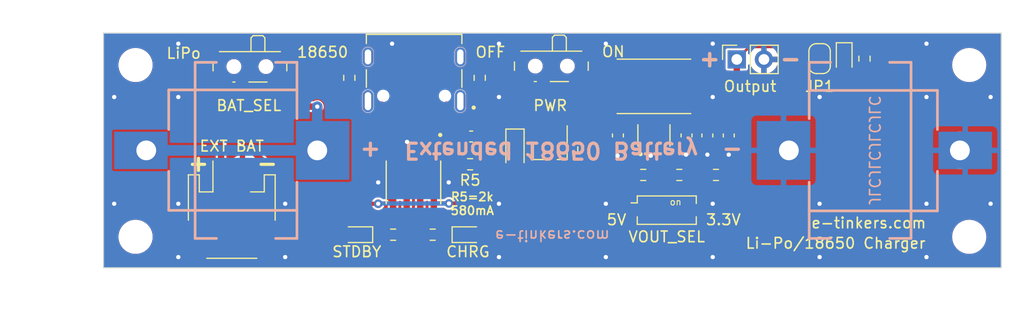
<source format=kicad_pcb>
(kicad_pcb (version 20211014) (generator pcbnew)
  (title_block (title "LiPo + 18650 Charger with Load Sharing") (date "2024-11-12") (rev "V1.0") (company "www.e-tinkers.com") (comment 2 "Designed by: Henry Cheung"))
  (layers (0 "F.Cu" signal) (31 "B.Cu" signal) (34 "B.Paste" user) (35 "F.Paste" user) (36 "B.SilkS" user "B.Silkscreen") (37 "F.SilkS" user "F.Silkscreen") (38 "B.Mask" user) (39 "F.Mask" user) (44 "Edge.Cuts" user))
  (net 0 "")
  (net 1 "Net-(J1-PadA5)")
  (net 2 "GND")
  (net 3 "VBUS")
  (net 4 "Net-(D1-Pad1)")
  (net 5 "Net-(D3-Pad1)")
  (net 6 "Net-(D4-Pad1)")
  (net 7 "Net-(J1-PadB5)")
  (net 18 "Net-(C2-Pad1)")
  (net 19 "Net-(D2-Pad1)")
  (net 20 "Net-(C5-Pad1)")
  (net 22 "Net-(L1-Pad1)")
  (net 23 "Net-(L1-Pad2)")
  (net 24 "Net-(R1-Pad2)")
  (net 25 "Net-(D4-Pad2)")
  (net 26 "Net-(J4-Pad1)")
  (net 28 "Net-(R2-Pad2)")
  (net 29 "Net-(R3-Pad1)")
  (net 30 "Net-(J2-Pad1)")
  (net 31 "Net-(Q1-Pad3)")
  (net 33 "Net-(R3-Pad2)")
  (net 34 "Net-(R5-Pad2)")
  (footprint "Resistor_SMD:R_0603_1608Metric" (layer "F.Cu") (at 128.875 75.3)
    (fp_text reference "R3")
    (fp_text value "309k 1%")
    (fp_line (start -0.237258 -0.5225) (end 0.237258 -0.5225) (layer "F.SilkS") (width 0.12))
    (fp_line (start -0.237258 0.5225) (end 0.237258 0.5225) (layer "F.SilkS") (width 0.12))
    (pad "1" smd roundrect (at -0.825 0) (size 0.8 0.95) (layers "F.Cu" "F.Paste" "F.Mask") (net 29 "Net-(R3-Pad1)"))
    (pad "2" smd roundrect (at 0.825 0) (size 0.8 0.95) (layers "F.Cu" "F.Paste" "F.Mask") (net 33 "Net-(R3-Pad2)"))
  )
  (footprint "LED_SMD:LED_0603_1608Metric" (layer "F.Cu") (at 144.3 64.4 -90)
    (fp_text reference "D4")
    (fp_text value "PWR")
    (fp_line (start 0.8 -0.735) (end -1.485 -0.735) (layer "F.SilkS") (width 0.12))
    (fp_line (start -1.485 0.735) (end 0.8 0.735) (layer "F.SilkS") (width 0.12))
    (fp_line (start -1.485 -0.735) (end -1.485 0.735) (layer "F.SilkS") (width 0.12))
    (pad "1" smd roundrect (at -0.7875 0 270) (size 0.875 0.95) (layers "F.Cu" "F.Paste" "F.Mask") (net 6 "Net-(D4-Pad1)"))
    (pad "2" smd roundrect (at 0.7875 0 270) (size 0.875 0.95) (layers "F.Cu" "F.Paste" "F.Mask") (net 25 "Net-(D4-Pad2)"))
  )
  (footprint "Connector_PinSocket_2.54mm:PinSocket_1x02_P2.54mm_Vertical" (layer "F.Cu") (at 134.25 64.475 90)
    (fp_text reference "J3")
    (fp_text value "Output" (at -2.525 1.25 180) (layer "F.SilkS"))
    (fp_line (start -1.33 1.27) (end 1.33 1.27) (layer "F.SilkS") (width 0.12))
    (fp_line (start -1.33 3.87) (end 1.33 3.87) (layer "F.SilkS") (width 0.12))
    (fp_line (start 1.33 -1.33) (end 1.33 0) (layer "F.SilkS") (width 0.12))
    (fp_line (start -1.33 1.27) (end -1.33 3.87) (layer "F.SilkS") (width 0.12))
    (fp_line (start 0 -1.33) (end 1.33 -1.33) (layer "F.SilkS") (width 0.12))
    (fp_line (start 1.33 1.27) (end 1.33 3.87) (layer "F.SilkS") (width 0.12))
    (pad "1" thru_hole rect (at 0 0 90) (size 1.7 1.7) (drill 1) (layers *.Cu *.Mask) (net 18 "Net-(C2-Pad1)"))
    (pad "2" thru_hole oval (at 0 2.54 90) (size 1.7 1.7) (drill 1) (layers *.Cu *.Mask) (net 2 "GND"))
  )
  (footprint "Resistor_SMD:R_0603_1608Metric" (layer "F.Cu") (at 125.5 75.3 180)
    (fp_text reference "R6")
    (fp_text value "91k 1%")
    (fp_line (start -0.237258 -0.5225) (end 0.237258 -0.5225) (layer "F.SilkS") (width 0.12))
    (fp_line (start -0.237258 0.5225) (end 0.237258 0.5225) (layer "F.SilkS") (width 0.12))
    (pad "1" smd roundrect (at -0.825 0 180) (size 0.8 0.95) (layers "F.Cu" "F.Paste" "F.Mask") (net 29 "Net-(R3-Pad1)"))
    (pad "2" smd roundrect (at 0.825 0 180) (size 0.8 0.95) (layers "F.Cu" "F.Paste" "F.Mask") (net 2 "GND"))
  )
  (footprint "Capacitor_SMD:C_0603_1608Metric" (layer "F.Cu") (at 133.5 71.6 -90)
    (fp_text reference "C4")
    (fp_text value "0.1uF")
    (fp_line (start -0.14058 -0.51) (end 0.14058 -0.51) (layer "F.SilkS") (width 0.12))
    (fp_line (start -0.14058 0.51) (end 0.14058 0.51) (layer "F.SilkS") (width 0.12))
    (pad "1" smd roundrect (at -0.775 0 270) (size 0.9 0.95) (layers "F.Cu" "F.Paste" "F.Mask") (net 18 "Net-(C2-Pad1)"))
    (pad "2" smd roundrect (at 0.775 0 270) (size 0.9 0.95) (layers "F.Cu" "F.Paste" "F.Mask") (net 2 "GND"))
  )
  (footprint "my_library:TPS63802DLAR" (layer "F.Cu") (at 126.5 71.6 90)
    (fp_text reference "U2")
    (fp_text value "TPS63802")
    (fp_line (start -1 -1.5) (end 1 -1.5) (layer "F.SilkS") (width 0.127))
    (fp_line (start -1 1.5) (end 1 1.5) (layer "F.SilkS") (width 0.127))
    (fp_circle (center -1.75 -1.25) (end -1.65 -1.25) (layer "F.SilkS") (width 0.2) (fill none))
    (pad "1" smd roundrect (at -0.9 -1 90) (size 0.6 0.25) (layers "F.Cu" "F.Paste") (roundrect_rratio 0.05) (net 20 "Net-(C5-Pad1)"))
    (pad "2" smd roundrect (at -0.9 -0.5 90) (size 0.6 0.25) (layers "F.Cu" "F.Paste") (roundrect_rratio 0.05) (net 2 "GND"))
    (pad "3" smd roundrect (at -0.9 0 90) (size 0.6 0.25) (layers "F.Cu" "F.Paste") (roundrect_rratio 0.05) (net 2 "GND"))
    (pad "4" smd roundrect (at -0.9 0.5 90) (size 0.6 0.25) (layers "F.Cu" "F.Paste") (roundrect_rratio 0.05) (net 29 "Net-(R3-Pad1)"))
    (pad "5" smd roundrect (at -0.9 1 90) (size 0.6 0.25) (layers "F.Cu" "F.Paste") (roundrect_rratio 0.05))
    (pad "6" smd roundrect (at 0.75 1 90) (size 0.9 0.25) (layers "F.Cu" "F.Paste") (roundrect_rratio 0.05) (net 18 "Net-(C2-Pad1)"))
    (pad "7" smd roundrect (at 0.75 0.5 90) (size 0.9 0.25) (layers "F.Cu" "F.Paste") (roundrect_rratio 0.05) (net 23 "Net-(L1-Pad2)"))
    (pad "8" smd roundrect (at 0.55 0 90) (size 1.3 0.25) (layers "F.Cu") (roundrect_rratio 0.05) (net 2 "GND"))
    (pad "9" smd roundrect (at 0.75 -0.5 90) (size 0.9 0.25) (layers "F.Cu" "F.Paste") (roundrect_rratio 0.05) (net 22 "Net-(L1-Pad1)"))
    (pad "10" smd roundrect (at 0.75 -1 90) (size 0.9 0.25) (layers "F.Cu" "F.Paste") (roundrect_rratio 0.05) (net 20 "Net-(C5-Pad1)"))
  )
  (footprint "my_library:SOP127P600X175-9N" (layer "F.Cu") (at 104 76 -90)
    (fp_text reference "U1")
    (fp_text value "TP4056")
    (fp_line (start -2 2.55) (end 2 2.55) (layer "F.SilkS") (width 0.127))
    (fp_line (start -2 -2.55) (end 2 -2.55) (layer "F.SilkS") (width 0.127))
    (fp_circle (center -4.445 -2.505) (end -4.345 -2.505) (layer "F.SilkS") (width 0.2) (fill none))
    (pad "1" smd roundrect (at -2.475 -1.905 270) (size 1.97 0.6) (layers "F.Cu" "F.Paste" "F.Mask") (roundrect_rratio 0.07) (net 2 "GND"))
    (pad "2" smd roundrect (at -2.475 -0.635 270) (size 1.97 0.6) (layers "F.Cu" "F.Paste" "F.Mask") (roundrect_rratio 0.07) (net 34 "Net-(R5-Pad2)"))
    (pad "3" smd roundrect (at -2.475 0.635 270) (size 1.97 0.6) (layers "F.Cu" "F.Paste" "F.Mask") (roundrect_rratio 0.07) (net 2 "GND"))
    (pad "4" smd roundrect (at -2.475 1.905 270) (size 1.97 0.6) (layers "F.Cu" "F.Paste" "F.Mask") (roundrect_rratio 0.07) (net 3 "VBUS"))
    (pad "5" smd roundrect (at 2.475 1.905 270) (size 1.97 0.6) (layers "F.Cu" "F.Paste" "F.Mask") (roundrect_rratio 0.07) (net 31 "Net-(Q1-Pad3)"))
    (pad "6" smd roundrect (at 2.475 0.635 270) (size 1.97 0.6) (layers "F.Cu" "F.Paste" "F.Mask") (roundrect_rratio 0.07) (net 28 "Net-(R2-Pad2)"))
    (pad "7" smd roundrect (at 2.475 -0.635 270) (size 1.97 0.6) (layers "F.Cu" "F.Paste" "F.Mask") (roundrect_rratio 0.07) (net 24 "Net-(R1-Pad2)"))
    (pad "8" smd roundrect (at 2.475 -1.905 270) (size 1.97 0.6) (layers "F.Cu" "F.Paste" "F.Mask") (roundrect_rratio 0.07) (net 3 "VBUS"))
    (pad "9" smd rect (at 0 0 270) (size 2.413 3.302) (layers "F.Cu" "F.Mask") (net 2 "GND"))
  )
  (footprint "Capacitor_SMD:C_0603_1608Metric" (layer "F.Cu") (at 123.13 71.6 -90)
    (fp_text reference "C5")
    (fp_text value "10uF")
    (fp_line (start -0.14058 0.51) (end 0.14058 0.51) (layer "F.SilkS") (width 0.12))
    (fp_line (start -0.14058 -0.51) (end 0.14058 -0.51) (layer "F.SilkS") (width 0.12))
    (pad "1" smd roundrect (at -0.775 0 270) (size 0.9 0.95) (layers "F.Cu" "F.Paste" "F.Mask") (net 20 "Net-(C5-Pad1)"))
    (pad "2" smd roundrect (at 0.775 0 270) (size 0.9 0.95) (layers "F.Cu" "F.Paste" "F.Mask") (net 2 "GND"))
  )
  (footprint "Resistor_SMD:R_0603_1608Metric" (layer "F.Cu") (at 146.2 64.4 -90)
    (fp_text reference "R10")
    (fp_text value "2k")
    (fp_line (start -0.237258 -0.5225) (end 0.237258 -0.5225) (layer "F.SilkS") (width 0.12))
    (fp_line (start -0.237258 0.5225) (end 0.237258 0.5225) (layer "F.SilkS") (width 0.12))
    (pad "1" smd roundrect (at -0.825 0 270) (size 0.8 0.95) (layers "F.Cu" "F.Paste" "F.Mask") (net 6 "Net-(D4-Pad1)"))
    (pad "2" smd roundrect (at 0.825 0 270) (size 0.8 0.95) (layers "F.Cu" "F.Paste" "F.Mask") (net 2 "GND"))
  )
  (footprint "LED_SMD:LED_0603_1608Metric" (layer "F.Cu") (at 98.7 80.9 180)
    (fp_text reference "D2")
    (fp_text value "STDBY" (at 0 -1.6) (layer "F.SilkS"))
    (fp_line (start 0.8 -0.735) (end -1.485 -0.735) (layer "F.SilkS") (width 0.12))
    (fp_line (start -1.485 0.735) (end 0.8 0.735) (layer "F.SilkS") (width 0.12))
    (fp_line (start -1.485 -0.735) (end -1.485 0.735) (layer "F.SilkS") (width 0.12))
    (pad "1" smd roundrect (at -0.7875 0 180) (size 0.875 0.95) (layers "F.Cu" "F.Paste" "F.Mask") (net 19 "Net-(D2-Pad1)"))
    (pad "2" smd roundrect (at 0.7875 0 180) (size 0.875 0.95) (layers "F.Cu" "F.Paste" "F.Mask") (net 3 "VBUS"))
  )
  (footprint "MountingHole:MountingHole_2.7mm_M2.5" (layer "F.Cu") (at 156 81.1)
    (fp_text reference "H4")
    (fp_text value "MountingHole")
    (pad "" np_thru_hole circle (at 0 0) (size 2.7 2.7) (drill 2.7) (layers *.Cu *.Mask))
  )
  (footprint "Capacitor_SMD:C_0603_1608Metric" (layer "F.Cu") (at 129.55 71.6 -90)
    (fp_text reference "C2")
    (fp_text value "22uF")
    (fp_line (start -0.14058 -0.51) (end 0.14058 -0.51) (layer "F.SilkS") (width 0.12))
    (fp_line (start -0.14058 0.51) (end 0.14058 0.51) (layer "F.SilkS") (width 0.12))
    (pad "1" smd roundrect (at -0.775 0 270) (size 0.9 0.95) (layers "F.Cu" "F.Paste" "F.Mask") (net 18 "Net-(C2-Pad1)"))
    (pad "2" smd roundrect (at 0.775 0 270) (size 0.9 0.95) (layers "F.Cu" "F.Paste" "F.Mask") (net 2 "GND"))
  )
  (footprint "MountingHole:MountingHole_2.7mm_M2.5" (layer "F.Cu") (at 78 65)
    (fp_text reference "H1")
    (fp_text value "MountingHole")
    (pad "" np_thru_hole circle (at 0 0) (size 2.7 2.7) (drill 2.7) (layers *.Cu *.Mask))
  )
  (footprint "Resistor_SMD:R_0603_1608Metric" (layer "F.Cu") (at 98 66.2 90)
    (fp_text reference "R8")
    (fp_text value "5.1k")
    (fp_line (start -0.237258 0.5225) (end 0.237258 0.5225) (layer "F.SilkS") (width 0.12))
    (fp_line (start -0.237258 -0.5225) (end 0.237258 -0.5225) (layer "F.SilkS") (width 0.12))
    (pad "1" smd roundrect (at -0.825 0 90) (size 0.8 0.95) (layers "F.Cu" "F.Paste" "F.Mask") (net 7 "Net-(J1-PadB5)"))
    (pad "2" smd roundrect (at 0.825 0 90) (size 0.8 0.95) (layers "F.Cu" "F.Paste" "F.Mask") (net 2 "GND"))
  )
  (footprint "LED_SMD:LED_0603_1608Metric" (layer "F.Cu") (at 109.1 80.9)
    (fp_text reference "D1")
    (fp_text value "CHRG" (at 0 1.6) (layer "F.SilkS"))
    (fp_line (start -1.485 0.735) (end 0.8 0.735) (layer "F.SilkS") (width 0.12))
    (fp_line (start -1.485 -0.735) (end -1.485 0.735) (layer "F.SilkS") (width 0.12))
    (fp_line (start 0.8 -0.735) (end -1.485 -0.735) (layer "F.SilkS") (width 0.12))
    (pad "1" smd roundrect (at -0.7875 0) (size 0.875 0.95) (layers "F.Cu" "F.Paste" "F.Mask") (net 4 "Net-(D1-Pad1)"))
    (pad "2" smd roundrect (at 0.7875 0) (size 0.875 0.95) (layers "F.Cu" "F.Paste" "F.Mask") (net 3 "VBUS"))
  )
  (footprint "Button_Switch_SMD:SW_DIP_SPSTx01_Slide_Copal_CHS-01A_W5.08mm_P1.27mm_JPin" (layer "F.Cu") (at 127.7 78.6)
    (fp_text reference "SW3")
    (fp_text value "VOUT_SEL" (at 0 2.5) (layer "F.SilkS"))
    (fp_text user "on" (at 0.83 -0.76) (layer "F.SilkS") (effects (font (size 0.6 0.6) (thickness 0.09))))
    (fp_line (start -2.761 -1.33) (end -2.761 -0.68) (layer "F.SilkS") (width 0.12))
    (fp_line (start -2.761 -1.33) (end 2.76 -1.33) (layer "F.SilkS") (width 0.12))
    (fp_line (start -2.761 0.62) (end -2.761 1.33) (layer "F.SilkS") (width 0.12))
    (fp_line (start 2.76 0.62) (end 2.76 1.33) (layer "F.SilkS") (width 0.12))
    (fp_line (start -2.761 1.33) (end 2.76 1.33) (layer "F.SilkS") (width 0.12))
    (fp_line (start -3.34 -0.68) (end -2.761 -0.68) (layer "F.SilkS") (width 0.12))
    (fp_line (start 2.76 -1.33) (end 2.76 -0.62) (layer "F.SilkS") (width 0.12))
    (pad "1" smd rect (at -2.54 0) (size 1.6 0.76) (layers "F.Cu" "F.Paste" "F.Mask") (net 29 "Net-(R3-Pad1)"))
    (pad "2" smd rect (at 2.54 0) (size 1.6 0.76) (layers "F.Cu" "F.Paste" "F.Mask") (net 33 "Net-(R3-Pad2)"))
  )
  (footprint "easyeda2kicad:SW_SPDT_MK-12C02-C963206" (layer "F.Cu") (at 116.9 65.1 180)
    (fp_text reference "SW1")
    (fp_text value "PWR" (at 0.1 -3.7) (layer "F.SilkS"))
    (fp_line (start -0.1 2.69) (end -0.1 1.4) (layer "F.SilkS") (width 0.12))
    (fp_line (start -3.45 -0.4) (end -3.45 0.39) (layer "F.SilkS") (width 0.12))
    (fp_line (start -1.6 -1.45) (end 0.1 -1.45) (layer "F.SilkS") (width 0.12))
    (fp_line (start -2.85 1.4) (end 2.85 1.4) (layer "F.SilkS") (width 0.12))
    (fp_line (start -1.2 2.9) (end -0.3 2.9) (layer "F.SilkS") (width 0.12))
    (fp_line (start -0.1 2.69) (end -0.3 2.9) (layer "F.SilkS") (width 0.12))
    (fp_line (start 3.45 0.39) (end 3.45 -0.4) (layer "F.SilkS") (width 0.12))
    (fp_line (start 1.4 -1.45) (end 1.6 -1.45) (layer "F.SilkS") (width 0.12))
    (fp_line (start -1.4 2.69) (end -1.2 2.9) (layer "F.SilkS") (width 0.12))
    (fp_line (start -1.4 1.4) (end -1.4 2.69) (layer "F.SilkS") (width 0.12))
    (pad "" smd rect (at -3.8 1.135 180) (size 0.8 0.93) (layers "F.Cu" "F.Paste" "F.Mask"))
    (pad "" smd rect (at -3.8 -1.135 180) (size 0.8 0.93) (layers "F.Cu" "F.Paste" "F.Mask"))
    (pad "" smd rect (at 3.8 -1.135 180) (size 0.8 0.93) (layers "F.Cu" "F.Paste" "F.Mask"))
    (pad "" smd rect (at 3.8 1.135 180) (size 0.8 0.93) (layers "F.Cu" "F.Paste" "F.Mask"))
    (pad "" np_thru_hole circle (at 1.5 0 180) (size 0.9 0.9) (drill 0.9) (layers F&B.Cu *.Mask))
    (pad "" np_thru_hole circle (at -1.5 0 180) (size 0.9 0.9) (drill 0.9) (layers *.Cu *.Mask))
    (pad "1" smd rect (at -2.25 -2.075 180) (size 0.9 1.25) (layers "F.Cu" "F.Paste" "F.Mask") (net 20 "Net-(C5-Pad1)"))
    (pad "2" smd rect (at 0.75 -2.075 180) (size 0.9 1.25) (layers "F.Cu" "F.Paste" "F.Mask") (net 5 "Net-(D3-Pad1)"))
    (pad "3" smd rect (at 2.25 -2.075 180) (size 0.9 1.25) (layers "F.Cu" "F.Paste" "F.Mask"))
  )
  (footprint "Resistor_SMD:R_0603_1608Metric" (layer "F.Cu") (at 109.3 74.3 180)
    (fp_text reference "R5" (at 0 -1.5) (layer "F.SilkS"))
    (fp_text value "2k")
    (fp_line (start -0.237258 -0.5225) (end 0.237258 -0.5225) (layer "F.SilkS") (width 0.12))
    (fp_line (start -0.237258 0.5225) (end 0.237258 0.5225) (layer "F.SilkS") (width 0.12))
    (pad "1" smd roundrect (at -0.825 0 180) (size 0.8 0.95) (layers "F.Cu" "F.Paste" "F.Mask") (net 2 "GND"))
    (pad "2" smd roundrect (at 0.825 0 180) (size 0.8 0.95) (layers "F.Cu" "F.Paste" "F.Mask") (net 34 "Net-(R5-Pad2)"))
  )
  (footprint "Resistor_SMD:R_0603_1608Metric" (layer "F.Cu") (at 119.9 72.9 -90)
    (fp_text reference "R7")
    (fp_text value "100k")
    (fp_line (start -0.237258 -0.5225) (end 0.237258 -0.5225) (layer "F.SilkS") (width 0.12))
    (fp_line (start -0.237258 0.5225) (end 0.237258 0.5225) (layer "F.SilkS") (width 0.12))
    (pad "1" smd roundrect (at -0.825 0 270) (size 0.8 0.95) (layers "F.Cu" "F.Paste" "F.Mask") (net 3 "VBUS"))
    (pad "2" smd roundrect (at 0.825 0 270) (size 0.8 0.95) (layers "F.Cu" "F.Paste" "F.Mask") (net 2 "GND"))
  )
  (footprint "Resistor_SMD:R_0603_1608Metric" (layer "F.Cu") (at 105.8 80.9 180)
    (fp_text reference "R1")
    (fp_text value "2k")
    (fp_line (start -0.237258 0.5225) (end 0.237258 0.5225) (layer "F.SilkS") (width 0.12))
    (fp_line (start -0.237258 -0.5225) (end 0.237258 -0.5225) (layer "F.SilkS") (width 0.12))
    (pad "1" smd roundrect (at -0.825 0 180) (size 0.8 0.95) (layers "F.Cu" "F.Paste" "F.Mask") (net 4 "Net-(D1-Pad1)"))
    (pad "2" smd roundrect (at 0.825 0 180) (size 0.8 0.95) (layers "F.Cu" "F.Paste" "F.Mask") (net 24 "Net-(R1-Pad2)"))
  )
  (footprint "easyeda2kicad:SW_SPDT_MK-12C02-C963206" (layer "F.Cu") (at 88.7 65.145 180)
    (fp_text reference "SW2")
    (fp_text value "BAT_SEL" (at 0.1 -3.655) (layer "F.SilkS"))
    (fp_line (start 3.45 0.39) (end 3.45 -0.4) (layer "F.SilkS") (width 0.12))
    (fp_line (start -0.1 2.69) (end -0.1 1.4) (layer "F.SilkS") (width 0.12))
    (fp_line (start -1.2 2.9) (end -0.3 2.9) (layer "F.SilkS") (width 0.12))
    (fp_line (start -1.4 2.69) (end -1.2 2.9) (layer "F.SilkS") (width 0.12))
    (fp_line (start -2.85 1.4) (end 2.85 1.4) (layer "F.SilkS") (width 0.12))
    (fp_line (start -0.1 2.69) (end -0.3 2.9) (layer "F.SilkS") (width 0.12))
    (fp_line (start 1.4 -1.45) (end 1.6 -1.45) (layer "F.SilkS") (width 0.12))
    (fp_line (start -3.45 -0.4) (end -3.45 0.39) (layer "F.SilkS") (width 0.12))
    (fp_line (start -1.6 -1.45) (end 0.1 -1.45) (layer "F.SilkS") (width 0.12))
    (fp_line (start -1.4 1.4) (end -1.4 2.69) (layer "F.SilkS") (width 0.12))
    (pad "" smd rect (at -3.8 -1.135 180) (size 0.8 0.93) (layers "F.Cu" "F.Paste" "F.Mask"))
    (pad "" smd rect (at 3.8 1.135 180) (size 0.8 0.93) (layers "F.Cu" "F.Paste" "F.Mask"))
    (pad "" smd rect (at -3.8 1.135 180) (size 0.8 0.93) (layers "F.Cu" "F.Paste" "F.Mask"))
    (pad "" smd rect (at 3.8 -1.135 180) (size 0.8 0.93) (layers "F.Cu" "F.Paste" "F.Mask"))
    (pad "" np_thru_hole circle (at 1.5 0 180) (size 0.9 0.9) (drill 0.9) (layers F&B.Cu *.Mask))
    (pad "" np_thru_hole circle (at -1.5 0 180) (size 0.9 0.9) (drill 0.9) (layers *.Cu *.Mask))
    (pad "1" smd rect (at -2.25 -2.075 180) (size 0.9 1.25) (layers "F.Cu" "F.Paste" "F.Mask") (net 30 "Net-(J2-Pad1)"))
    (pad "2" smd rect (at 0.75 -2.075 180) (size 0.9 1.25) (layers "F.Cu" "F.Paste" "F.Mask") (net 31 "Net-(Q1-Pad3)"))
    (pad "3" smd rect (at 2.25 -2.075 180) (size 0.9 1.25) (layers "F.Cu" "F.Paste" "F.Mask") (net 26 "Net-(J4-Pad1)"))
  )
  (footprint "Capacitor_SMD:C_0603_1608Metric" (layer "F.Cu") (at 131.5 71.6 -90)
    (fp_text reference "C3")
    (fp_text value "22uF")
    (fp_line (start -0.14058 -0.51) (end 0.14058 -0.51) (layer "F.SilkS") (width 0.12))
    (fp_line (start -0.14058 0.51) (end 0.14058 0.51) (layer "F.SilkS") (width 0.12))
    (pad "1" smd roundrect (at -0.775 0 270) (size 0.9 0.95) (layers "F.Cu" "F.Paste" "F.Mask") (net 18 "Net-(C2-Pad1)"))
    (pad "2" smd roundrect (at 0.775 0 270) (size 0.9 0.95) (layers "F.Cu" "F.Paste" "F.Mask") (net 2 "GND"))
  )
  (footprint "Diode_SMD:D_SOD-323_HandSoldering" (layer "F.Cu") (at 113.5 72.9 -90)
    (fp_text reference "D3")
    (fp_text value "BAT60A")
    (fp_line (start -1.9 -0.85) (end 1.25 -0.85) (layer "F.SilkS") (width 0.12))
    (fp_line (start -1.9 0.85) (end 1.25 0.85) (layer "F.SilkS") (width 0.12))
    (fp_line (start -1.9 -0.85) (end -1.9 0.85) (layer "F.SilkS") (width 0.12))
    (pad "1" smd rect (at -1.25 0 270) (size 1 1) (layers "F.Cu" "F.Paste" "F.Mask") (net 5 "Net-(D3-Pad1)"))
    (pad "2" smd rect (at 1.25 0 270) (size 1 1) (layers "F.Cu" "F.Paste" "F.Mask") (net 3 "VBUS"))
  )
  (footprint "Jumper:SolderJumper-2_P1.3mm_Open_RoundedPad1.0x1.5mm" (layer "F.Cu") (at 142 64.4 90)
    (fp_text reference "JP1" (at -2.6 0 180) (layer "F.SilkS"))
    (fp_text value "LED")
    (fp_line (start 1.4 -0.3) (end 1.4 0.3) (layer "F.SilkS") (width 0.12))
    (fp_line (start -0.7 -1) (end 0.7 -1) (layer "F.SilkS") (width 0.12))
    (fp_line (start -1.4 0.3) (end -1.4 -0.3) (layer "F.SilkS") (width 0.12))
    (fp_line (start 0.7 1) (end -0.7 1) (layer "F.SilkS") (width 0.12))
    (fp_arc (start -1.4 -0.3) (mid -1.194975 -0.794975) (end -0.7 -1) (layer "F.SilkS") (width 0.12))
    (fp_arc (start 1.4 0.3) (mid 1.194975 0.794975) (end 0.7 1) (layer "F.SilkS") (width 0.12))
    (fp_arc (start -0.7 1) (mid -1.194975 0.794975) (end -1.4 0.3) (layer "F.SilkS") (width 0.12))
    (fp_arc (start 0.7 -1) (mid 1.194975 -0.794975) (end 1.4 -0.3) (layer "F.SilkS") (width 0.12))
    (pad "1" smd custom (at -0.65 0 90) (size 1 0.5) (layers "F.Cu" "F.Mask") (net 25 "Net-(D4-Pad2)") (options (clearance outline) (anchor rect)) (primitives (gr_circle (center 0 0.25) (end 0.5 0.25) (width 0) (fill yes)) (gr_circle (center 0 -0.25) (end 0.5 -0.25) (width 0) (fill yes)) (gr_poly (pts (xy 0.5 0.75) (xy 0 0.75) (xy 0 -0.75) (xy 0.5 -0.75)) (width 0) (fill yes))))
    (pad "2" smd custom (at 0.65 0 90) (size 1 0.5) (layers "F.Cu" "F.Mask") (net 18 "Net-(C2-Pad1)") (options (clearance outline) (anchor rect)) (primitives (gr_circle (center 0 0.25) (end 0.5 0.25) (width 0) (fill yes)) (gr_circle (center 0 -0.25) (end 0.5 -0.25) (width 0) (fill yes)) (gr_poly (pts (xy 0 0.75) (xy -0.5 0.75) (xy -0.5 -0.75) (xy 0 -0.75)) (width 0) (fill yes))))
  )
  (footprint "my_library:JST_PH_S2B-PH-SM4-TB_1x02-1MP_P2.00mm_Horizontal" (layer "F.Cu") (at 87 78.6)
    (fp_text reference "J4")
    (fp_text value "EXT BAT" (at 0 -6) (layer "F.SilkS"))
    (fp_line (start 4.06 0.94) (end 4.06 -3.31) (layer "F.SilkS") (width 0.12))
    (fp_line (start 3.04 -3.31) (end 3.04 -1.71) (layer "F.SilkS") (width 0.12))
    (fp_line (start -3.04 -3.31) (end -3.04 -1.71) (layer "F.SilkS") (width 0.12))
    (fp_line (start -4.06 0.94) (end -4.06 -3.31) (layer "F.SilkS") (width 0.12))
    (fp_line (start -4.06 -3.31) (end -3.04 -3.31) (layer "F.SilkS") (width 0.12))
    (fp_line (start -3.04 -1.71) (end -1.76 -1.71) (layer "F.SilkS") (width 0.12))
    (fp_line (start -1.76 -1.71) (end -1.76 -4.6) (layer "F.SilkS") (width 0.12))
    (fp_line (start 4.06 -3.31) (end 3.04 -3.31) (layer "F.SilkS") (width 0.12))
    (fp_line (start -2.34 4.51) (end 2.34 4.51) (layer "F.SilkS") (width 0.12))
    (fp_line (start 3.04 -1.71) (end 1.76 -1.71) (layer "F.SilkS") (width 0.12))
    (pad "1" smd roundrect (at -1 -2.85) (size 1 3.5) (layers "F.Cu" "F.Paste" "F.Mask") (net 26 "Net-(J4-Pad1)"))
    (pad "2" smd roundrect (at 1 -2.85) (size 1 3.5) (layers "F.Cu" "F.Paste" "F.Mask") (net 2 "GND"))
    (pad "MP" smd roundrect (at -3.35 2.9) (size 1.5 3.4) (layers "F.Cu" "F.Paste" "F.Mask") (roundrect_rratio 0.1666673333))
    (pad "MP" smd roundrect (at 3.35 2.9) (size 1.5 3.4) (layers "F.Cu" "F.Paste" "F.Mask") (roundrect_rratio 0.1666673333))
  )
  (footprint "Package_TO_SOT_SMD:SOT-23_Handsoldering" (layer "F.Cu") (at 116.8 73.1 -90)
    (fp_text reference "Q1")
    (fp_text value "FDN340P")
    (fp_line (start 0.76 1.58) (end -0.7 1.58) (layer "F.SilkS") (width 0.12))
    (fp_line (start 0.76 -1.58) (end 0.76 -0.65) (layer "F.SilkS") (width 0.12))
    (fp_line (start 0.76 -1.58) (end -2.4 -1.58) (layer "F.SilkS") (width 0.12))
    (fp_line (start 0.76 1.58) (end 0.76 0.65) (layer "F.SilkS") (width 0.12))
    (pad "1" smd rect (at -1.5 -0.95 270) (size 1.9 0.8) (layers "F.Cu" "F.Paste" "F.Mask") (net 3 "VBUS"))
    (pad "2" smd rect (at -1.5 0.95 270) (size 1.9 0.8) (layers "F.Cu" "F.Paste" "F.Mask") (net 5 "Net-(D3-Pad1)"))
    (pad "3" smd rect (at 1.5 0 270) (size 1.9 0.8) (layers "F.Cu" "F.Paste" "F.Mask") (net 31 "Net-(Q1-Pad3)"))
  )
  (footprint "Inductor_SMD:L_Taiyo-Yuden_NR-50xx_HandSoldering" (layer "F.Cu") (at 126.5 67)
    (fp_text reference "L1")
    (fp_text value "0.47uH")
    (fp_line (start -3.45 2.55) (end 3.45 2.55) (layer "F.SilkS") (width 0.12))
    (fp_line (start -3.45 -2.55) (end 3.45 -2.55) (layer "F.SilkS") (width 0.12))
    (pad "1" smd rect (at -2.25 0) (size 2.4 4.2) (layers "F.Cu" "F.Paste" "F.Mask") (net 22 "Net-(L1-Pad1)"))
    (pad "2" smd rect (at 2.25 0) (size 2.4 4.2) (layers "F.Cu" "F.Paste" "F.Mask") (net 23 "Net-(L1-Pad2)"))
  )
  (footprint "MountingHole:MountingHole_2.7mm_M2.5" (layer "F.Cu") (at 156 65)
    (fp_text reference "H3")
    (fp_text value "MountingHole")
    (pad "" np_thru_hole circle (at 0 0) (size 2.7 2.7) (drill 2.7) (layers *.Cu *.Mask))
  )
  (footprint "Resistor_SMD:R_0603_1608Metric" (layer "F.Cu") (at 110.2 66.2 90)
    (fp_text reference "R9")
    (fp_text value "5.1k")
    (fp_line (start -0.237258 0.5225) (end 0.237258 0.5225) (layer "F.SilkS") (width 0.12))
    (fp_line (start -0.237258 -0.5225) (end 0.237258 -0.5225) (layer "F.SilkS") (width 0.12))
    (pad "1" smd roundrect (at -0.825 0 90) (size 0.8 0.95) (layers "F.Cu" "F.Paste" "F.Mask") (net 1 "Net-(J1-PadA5)"))
    (pad "2" smd roundrect (at 0.825 0 90) (size 0.8 0.95) (layers "F.Cu" "F.Paste" "F.Mask") (net 2 "GND"))
  )
  (footprint "MountingHole:MountingHole_2.7mm_M2.5" (layer "F.Cu") (at 78 81.1)
    (fp_text reference "H2")
    (fp_text value "MountingHole")
    (pad "" np_thru_hole circle (at 0 0) (size 2.7 2.7) (drill 2.7) (layers *.Cu *.Mask))
  )
  (footprint "my_library:XUNPU_TYPEC-304-ACP16" (layer "F.Cu") (at 104.0625 68.99 180)
    (fp_text reference "J1" hide)
    (fp_text value "Connector_USB_C")
    (fp_line (start -4.47 6.86) (end 4.47 6.86) (layer "F.SilkS") (width 0.127))
    (fp_line (start 4.47 1.91) (end 4.47 3.55) (layer "F.SilkS") (width 0.127))
    (fp_line (start -4.47 6.86) (end -4.47 6) (layer "F.SilkS") (width 0.127))
    (fp_line (start 4.47 6.86) (end 4.47 6) (layer "F.SilkS") (width 0.127))
    (fp_line (start -4.47 1.91) (end -4.47 3.55) (layer "F.SilkS") (width 0.127))
    (fp_circle (center -5.575 0) (end -5.475 0) (layer "F.SilkS") (width 0.2) (fill none))
    (pad "" np_thru_hole circle (at 2.89 1.1 180) (size 0.65 0.65) (drill 0.65) (layers F&B.Cu *.Mask))
    (pad "" np_thru_hole circle (at -2.89 1.1 180) (size 0.65 0.65) (drill 0.65) (layers F&B.Cu *.Mask))
    (pad "A1" smd rect (at -3.35 0 180) (size 0.3 1.14) (layers "F.Cu" "F.Paste" "F.Mask") (net 2 "GND"))
    (pad "A4" smd rect (at -2.55 0 180) (size 0.3 1.14) (layers "F.Cu" "F.Paste" "F.Mask") (net 3 "VBUS"))
    (pad "A5" smd rect (at -1.25 0 180) (size 0.3 1.14) (layers "F.Cu" "F.Paste" "F.Mask") (net 1 "Net-(J1-PadA5)"))
    (pad "A6" smd rect (at -0.25 0 180) (size 0.3 1.14) (layers "F.Cu" "F.Paste" "F.Mask"))
    (pad "A7" smd rect (at 0.25 0 180) (size 0.3 1.14) (layers "F.Cu" "F.Paste" "F.Mask"))
    (pad "A8" smd rect (at 1.25 0 180) (size 0.3 1.14) (layers "F.Cu" "F.Paste" "F.Mask"))
    (pad "A9" smd rect (at 2.55 0 180) (size 0.3 1.14) (layers "F.Cu" "F.Paste" "F.Mask") (net 3 "VBUS"))
    (pad "A12" smd rect (at 3.35 0 180) (size 0.3 1.14) (layers "F.Cu" "F.Paste" "F.Mask") (net 2 "GND"))
    (pad "B1" smd rect (at 3.05 0 180) (size 0.3 1.14) (layers "F.Cu" "F.Paste" "F.Mask") (net 2 "GND"))
    (pad "B4" smd rect (at 2.25 0 180) (size 0.3 1.14) (layers "F.Cu" "F.Paste" "F.Mask") (net 3 "VBUS"))
    (pad "B5" smd rect (at 1.75 0 180) (size 0.3 1.14) (layers "F.Cu" "F.Paste" "F.Mask") (net 7 "Net-(J1-PadB5)"))
    (pad "B6" smd rect (at 0.75 0 180) (size 0.3 1.14) (layers "F.Cu" "F.Paste" "F.Mask"))
    (pad "B7" smd rect (at -0.75 0 180) (size 0.3 1.14) (layers "F.Cu" "F.Paste" "F.Mask"))
    (pad "B8" smd rect (at -1.75 0 180) (size 0.3 1.14) (layers "F.Cu" "F.Paste" "F.Mask"))
    (pad "B9" smd rect (at -2.25 0 180) (size 0.3 1.14) (layers "F.Cu" "F.Paste" "F.Mask") (net 3 "VBUS"))
    (pad "B12" smd rect (at -3.05 0 180) (size 0.3 1.14) (layers "F.Cu" "F.Paste" "F.Mask") (net 2 "GND"))
    (pad "S1" thru_hole oval (at -4.32 0.6 180) (size 1 2.1) (drill oval 0.6 1.7) (layers *.Cu *.Mask) (clearance 0.025))
    (pad "S2" thru_hole oval (at 4.32 0.6 180) (size 1 2.1) (drill oval 0.6 1.7) (layers *.Cu *.Mask) (clearance 0.025))
    (pad "S3" thru_hole oval (at -4.32 4.75 180) (size 1 1.8) (drill oval 0.6 1.4) (layers *.Cu *.Mask) (clearance 0.025))
    (pad "S4" thru_hole oval (at 4.32 4.75 180) (size 1 1.8) (drill oval 0.6 1.4) (layers *.Cu *.Mask) (clearance 0.025))
  )
  (footprint "Resistor_SMD:R_0603_1608Metric" (layer "F.Cu") (at 102.1 80.9)
    (fp_text reference "R2")
    (fp_text value "2k")
    (fp_line (start -0.237258 0.5225) (end 0.237258 0.5225) (layer "F.SilkS") (width 0.12))
    (fp_line (start -0.237258 -0.5225) (end 0.237258 -0.5225) (layer "F.SilkS") (width 0.12))
    (pad "1" smd roundrect (at -0.825 0) (size 0.8 0.95) (layers "F.Cu" "F.Paste" "F.Mask") (net 19 "Net-(D2-Pad1)"))
    (pad "2" smd roundrect (at 0.825 0) (size 0.8 0.95) (layers "F.Cu" "F.Paste" "F.Mask") (net 28 "Net-(R2-Pad2)"))
  )
  (footprint "Resistor_SMD:R_0603_1608Metric" (layer "F.Cu") (at 132.3 75.3)
    (fp_text reference "R4")
    (fp_text value "511k 1%")
    (fp_line (start -0.237258 0.5225) (end 0.237258 0.5225) (layer "F.SilkS") (width 0.12))
    (fp_line (start -0.237258 -0.5225) (end 0.237258 -0.5225) (layer "F.SilkS") (width 0.12))
    (pad "1" smd roundrect (at -0.825 0) (size 0.8 0.95) (layers "F.Cu" "F.Paste" "F.Mask") (net 33 "Net-(R3-Pad2)"))
    (pad "2" smd roundrect (at 0.825 0) (size 0.8 0.95) (layers "F.Cu" "F.Paste" "F.Mask") (net 18 "Net-(C2-Pad1)"))
  )
  (footprint "Capacitor_SMD:C_0603_1608Metric" (layer "F.Cu") (at 109.4 71.7)
    (fp_text reference "C1")
    (fp_text value "0.1uF")
    (fp_line (start -0.14058 0.51) (end 0.14058 0.51) (layer "F.SilkS") (width 0.12))
    (fp_line (start -0.14058 -0.51) (end 0.14058 -0.51) (layer "F.SilkS") (width 0.12))
    (pad "1" smd roundrect (at -0.775 0) (size 0.9 0.95) (layers "F.Cu" "F.Paste" "F.Mask") (net 3 "VBUS"))
    (pad "2" smd roundrect (at 0.775 0) (size 0.9 0.95) (layers "F.Cu" "F.Paste" "F.Mask") (net 2 "GND"))
  )
  (footprint "easyeda2kicad:BAT-SMD_MY-18650-02" (layer "B.Cu") (at 87 73)
    (fp_text reference "J2")
    (fp_text value "BAT_18650_POS")
    (fp_line (start 6.1 -2.98) (end 6.1 -8.25) (layer "B.SilkS") (width 0.25))
    (fp_line (start -5.9 -5.67) (end -5.9 -1.96) (layer "B.SilkS") (width 0.25))
    (fp_line (start -5.9 5.62) (end -3.43 5.62) (layer "B.SilkS") (width 0.25))
    (fp_line (start -3.43 5.62) (end -3.43 -5.78) (layer "B.SilkS") (width 0.25))
    (fp_line (start -3.43 5.62) (end -3.43 8.25) (layer "B.SilkS") (width 0.25))
    (fp_line (start -5.9 1.96) (end -5.9 5.62) (layer "B.SilkS") (width 0.25))
    (fp_line (start -3.43 -5.67) (end 6.1 -5.67) (layer "B.SilkS") (width 0.25))
    (fp_line (start -3.43 -5.67) (end -5.9 -5.67) (layer "B.SilkS") (width 0.25))
    (fp_line (start 6.1 8.25) (end 6.1 2.98) (layer "B.SilkS") (width 0.25))
    (fp_line (start 6.1 8.25) (end 4.1 8.25) (layer "B.SilkS") (width 0.25))
    (fp_line (start -3.43 5.62) (end 6.1 5.62) (layer "B.SilkS") (width 0.25))
    (fp_line (start -3.43 -8.25) (end -3.43 -5.67) (layer "B.SilkS") (width 0.25))
    (fp_line (start -1.43 -8.25) (end -3.43 -8.25) (layer "B.SilkS") (width 0.25))
    (fp_line (start 6.1 -8.25) (end 4.1 -8.25) (layer "B.SilkS") (width 0.25))
    (fp_line (start -1.43 8.25) (end -3.43 8.25) (layer "B.SilkS") (width 0.25))
    (pad "1" smd rect (at -8.5 0) (size 5 3.5) (layers "B.Cu" "B.Paste" "B.Mask") (net 30 "Net-(J2-Pad1)"))
    (pad "1" thru_hole circle (at 8 0) (size 2.5 2.5) (drill 1.85) (layers *.Cu *.Paste *.Mask) (net 30 "Net-(J2-Pad1)"))
    (pad "1" smd rect (at 8.5 0) (size 5 5.5) (layers "B.Cu" "B.Paste" "B.Mask") (net 30 "Net-(J2-Pad1)"))
    (pad "1" thru_hole circle (at -8 0) (size 2.5 2.5) (drill 1.85) (layers *.Cu *.Paste *.Mask) (net 30 "Net-(J2-Pad1)"))
  )
  (footprint "easyeda2kicad:BAT-SMD_MY-18650-02" (layer "B.Cu") (at 147.125 73 180)
    (fp_text reference "J5")
    (fp_text value "BAT_18650_NEG")
    (fp_line (start -3.43 5.62) (end -3.43 8.25) (layer "B.SilkS") (width 0.25))
    (fp_line (start -5.9 1.96) (end -5.9 5.62) (layer "B.SilkS") (width 0.25))
    (fp_line (start -3.43 5.62) (end -3.43 -5.78) (layer "B.SilkS") (width 0.25))
    (fp_line (start -1.43 8.25) (end -3.43 8.25) (layer "B.SilkS") (width 0.25))
    (fp_line (start 6.1 8.25) (end 6.1 2.98) (layer "B.SilkS") (width 0.25))
    (fp_line (start -5.9 -5.67) (end -5.9 -1.96) (layer "B.SilkS") (width 0.25))
    (fp_line (start -3.43 -8.25) (end -3.43 -5.67) (layer "B.SilkS") (width 0.25))
    (fp_line (start -3.43 -5.67) (end 6.1 -5.67) (layer "B.SilkS") (width 0.25))
    (fp_line (start -5.9 5.62) (end -3.43 5.62) (layer "B.SilkS") (width 0.25))
    (fp_line (start 6.1 -8.25) (end 4.1 -8.25) (layer "B.SilkS") (width 0.25))
    (fp_line (start 6.1 8.25) (end 4.1 8.25) (layer "B.SilkS") (width 0.25))
    (fp_line (start -3.43 -5.67) (end -5.9 -5.67) (layer "B.SilkS") (width 0.25))
    (fp_line (start 6.1 -2.98) (end 6.1 -8.25) (layer "B.SilkS") (width 0.25))
    (fp_line (start -3.43 5.62) (end 6.1 5.62) (layer "B.SilkS") (width 0.25))
    (fp_line (start -1.43 -8.25) (end -3.43 -8.25) (layer "B.SilkS") (width 0.25))
    (pad "1" smd rect (at 8.5 0 180) (size 5 5.5) (layers "B.Cu" "B.Paste" "B.Mask") (net 2 "GND"))
    (pad "1" smd rect (at -8.5 0 180) (size 5 3.5) (layers "B.Cu" "B.Paste" "B.Mask") (net 2 "GND"))
    (pad "1" thru_hole circle (at -8 0 180) (size 2.5 2.5) (drill 1.85) (layers *.Cu *.Paste *.Mask) (net 2 "GND"))
    (pad "1" thru_hole circle (at 8 0 180) (size 2.5 2.5) (drill 1.85) (layers *.Cu *.Paste *.Mask) (net 2 "GND"))
  )
  (gr_rect (start 75 62) (end 159 84) (layer "Edge.Cuts") (width 0.1) (fill none))
  (gr_text "e-tinkers.com" (at 117 81 180) (layer "B.SilkS") (effects (font (size 1 1)) (justify mirror)))
  (gr_text "JLCJLCJLCJLC" (at 147.125 73 270) (layer "B.SilkS") (effects (font (size 1 1)) (justify mirror)))
  (gr_text "+     -" (at 135.5 64.6 180) (layer "B.SilkS") (effects (font (size 1.5 1.5) (thickness 0.3)) (justify mirror)))
  (gr_text "+  Extended 18650 Battery  -" (at 116.9 73 180) (layer "B.SilkS") (effects (font (size 1.5 1.5) (thickness 0.3)) (justify mirror)))
  (gr_text "3.3V" (at 133 79.5) (layer "F.SilkS") (effects (font (size 1 1))))
  (gr_text "18650" (at 95.5 63.8) (layer "F.SilkS") (effects (font (size 1 1))))
  (gr_text "LiPo" (at 82.5 63.9) (layer "F.SilkS") (effects (font (size 1 1))))
  (gr_text "OFF" (at 111.2 63.8) (layer "F.SilkS") (effects (font (size 1 1))))
  (gr_text "ON" (at 122.7 63.75) (layer "F.SilkS") (effects (font (size 1 1))))
  (gr_text "e-tinkers.com" (at 146.6 79.8) (layer "F.SilkS") (effects (font (size 1 1))))
  (gr_text "R5=2k\n580mA" (at 109.5 78) (layer "F.SilkS") (effects (font (size 0.8 0.8))))
  (gr_text "+     -" (at 135.5 64.4) (layer "F.SilkS") (effects (font (size 1.5 1.5) (thickness 0.3))))
  (gr_text "Li-Po/18650 Charger" (at 143.5 81.7) (layer "F.SilkS") (effects (font (size 1 1))))
  (gr_text "+    -" (at 87.1 74.2) (layer "F.SilkS") (effects (font (size 1.5 1.5) (thickness 0.3))))
  (gr_text "5V" (at 123 79.5) (layer "F.SilkS") (effects (font (size 1 1))))
  (segment (start 106.3075 67.025) (end 105.3125 68.02) (width 0.25) (layer "F.Cu") (net 1))
  (segment (start 110.2 67.025) (end 106.3075 67.025) (width 0.25) (layer "F.Cu") (net 1))
  (segment (start 105.3125 68.02) (end 105.3125 68.89) (width 0.25) (layer "F.Cu") (net 1))
  (segment (start 126 73.3) (end 126.2 73.5) (width 0.25) (layer "F.Cu") (net 2))
  (segment (start 126.5 71.05) (end 126.5 72.5) (width 0.25) (layer "F.Cu") (net 2))
  (segment (start 126 72.5) (end 126 73.3) (width 0.25) (layer "F.Cu") (net 2))
  (segment (start 126.5 72.5) (end 126.5 73.2) (width 0.25) (layer "F.Cu") (net 2))
  (segment (start 103.4 73.49) (end 103.365 73.525) (width 0.25) (layer "F.Cu") (net 2))
  (segment (start 103.4 72.2) (end 103.4 73.49) (width 0.25) (layer "F.Cu") (net 2))
  (segment (start 126.5 73.2) (end 126.2 73.5) (width 0.25) (layer "F.Cu") (net 2))
  (via (at 107.3 76) (size 0.8) (drill 0.4) (layers "F.Cu" "B.Cu") (net 2))
  (via (at 112 83) (size 0.8) (drill 0.4) (layers "F.Cu" "B.Cu") (net 2))
  (via (at 132 78) (size 0.8) (drill 0.4) (layers "F.Cu" "B.Cu") (net 2))
  (via (at 82 83) (size 0.8) (drill 0.4) (layers "F.Cu" "B.Cu") (net 2))
  (via (at 126.2 73.5) (size 0.8) (drill 0.4) (layers "F.Cu" "B.Cu") (net 2))
  (via (at 112 78) (size 0.8) (drill 0.4) (layers "F.Cu" "B.Cu") (net 2))
  (via (at 142 83) (size 0.8) (drill 0.4) (layers "F.Cu" "B.Cu") (net 2))
  (via (at 112 68) (size 0.8) (drill 0.4) (layers "F.Cu" "B.Cu") (net 2))
  (via (at 132 68) (size 0.8) (drill 0.4) (layers "F.Cu" "B.Cu") (net 2))
  (via (at 133.5 73.4) (size 0.8) (drill 0.4) (layers "F.Cu" "B.Cu") (net 2))
  (via (at 131.5 73.4) (size 0.8) (drill 0.4) (layers "F.Cu" "B.Cu") (net 2))
  (via (at 76 78) (size 0.8) (drill 0.4) (layers "F.Cu" "B.Cu") (net 2))
  (via (at 100.7 76) (size 0.8) (drill 0.4) (layers "F.Cu" "B.Cu") (net 2))
  (via (at 112 63) (size 0.8) (drill 0.4) (layers "F.Cu" "B.Cu") (net 2))
  (via (at 132 63) (size 0.8) (drill 0.4) (layers "F.Cu" "B.Cu") (net 2))
  (via (at 158 78) (size 0.8) (drill 0.4) (layers "F.Cu" "B.Cu") (net 2))
  (via (at 102 63) (size 0.8) (drill 0.4) (layers "F.Cu" "B.Cu") (net 2))
  (via (at 82 78) (size 0.8) (drill 0.4) (layers "F.Cu" "B.Cu") (net 2))
  (via (at 158 68) (size 0.8) (drill 0.4) (layers "F.Cu" "B.Cu") (net 2))
  (via (at 92 83) (size 0.8) (drill 0.4) (layers "F.Cu" "B.Cu") (net 2))
  (via (at 129.5 73.4) (size 0.8) (drill 0.4) (layers "F.Cu" "B.Cu") (net 2))
  (via (at 92 78) (size 0.8) (drill 0.4) (layers "F.Cu" "B.Cu") (net 2))
  (via (at 132 83) (size 0.8) (drill 0.4) (layers "F.Cu" "B.Cu") (net 2))
  (via (at 152 78) (size 0.8) (drill 0.4) (layers "F.Cu" "B.Cu") (net 2))
  (via (at 152 68) (size 0.8) (drill 0.4) (layers "F.Cu" "B.Cu") (net 2))
  (via (at 123.1 73.5) (size 0.8) (drill 0.4) (layers "F.Cu" "B.Cu") (net 2))
  (via (at 142 78) (size 0.8) (drill 0.4) (layers "F.Cu" "B.Cu") (net 2))
  (via (at 122 63) (size 0.8) (drill 0.4) (layers "F.Cu" "B.Cu") (net 2))
  (via (at 152 83) (size 0.8) (drill 0.4) (layers "F.Cu" "B.Cu") (net 2))
  (via (at 152 63) (size 0.8) (drill 0.4) (layers "F.Cu" "B.Cu") (net 2))
  (via (at 103.4 72.2) (size 0.8) (drill 0.4) (layers "F.Cu" "B.Cu") (net 2))
  (via (at 82 68) (size 0.8) (drill 0.4) (layers "F.Cu" "B.Cu") (net 2))
  (via (at 142 68) (size 0.8) (drill 0.4) (layers "F.Cu" "B.Cu") (net 2))
  (via (at 122 78) (size 0.8) (drill 0.4) (layers "F.Cu" "B.Cu") (net 2))
  (via (at 82 63) (size 0.8) (drill 0.4) (layers "F.Cu" "B.Cu") (net 2))
  (via (at 76 68) (size 0.8) (drill 0.4) (layers "F.Cu" "B.Cu") (net 2))
  (via (at 122 83) (size 0.8) (drill 0.4) (layers "F.Cu" "B.Cu") (net 2))
  (segment (start 97.9125 79.2875) (end 97.9125 80.4) (width 0.4) (layer "F.Cu") (net 3))
  (segment (start 105.8 71) (end 106.2 71) (width 0.25) (layer "F.Cu") (net 3))
  (segment (start 109.8875 79.1875) (end 109.8875 80.4) (width 0.4) (layer "F.Cu") (net 3))
  (segment (start 106.6125 70.5875) (end 106.2 71) (width 0.25) (layer "F.Cu") (net 3))
  (segment (start 107.325 77.975) (end 108.675 77.975) (width 0.4) (layer "F.Cu") (net 3))
  (segment (start 102.19 71.09) (end 102.1 71) (width 0.6) (layer "F.Cu") (net 3))
  (segment (start 113.5 78.5) (end 111.6 80.4) (width 0.25) (layer "F.Cu") (net 3))
  (segment (start 119.9 72.075) (end 118.225 72.075) (width 0.25) (layer "F.Cu") (net 3))
  (segment (start 117.75 71.6) (end 115.2 74.15) (width 0.25) (layer "F.Cu") (net 3))
  (segment (start 112.225 72.875) (end 113.5 74.15) (width 0.6) (layer "F.Cu") (net 3))
  (segment (start 108.675 77.975) (end 109.8875 79.1875) (width 0.4) (layer "F.Cu") (net 3))
  (segment (start 106.3125 68.89) (end 106.3125 70.4875) (width 0.25) (layer "F.Cu") (net 3))
  (segment (start 111.6 80.4) (end 109.8875 80.4) (width 0.25) (layer "F.Cu") (net 3))
  (segment (start 101.5125 70.4125) (end 102.1 71) (width 0.25) (layer "F.Cu") (net 3))
  (segment (start 101.8125 70.3125) (end 102.5 71) (width 0.25) (layer "F.Cu") (net 3))
  (segment (start 106.3125 70.4875) (end 105.8 71) (width 0.25) (layer "F.Cu") (net 3))
  (segment (start 108.625 71.7) (end 109.8 72.875) (width 0.6) (layer "F.Cu") (net 3))
  (segment (start 115.2 74.15) (end 113.5 74.15) (width 0.25) (layer "F.Cu") (net 3))
  (segment (start 106.6125 68.89) (end 106.6125 70.5875) (width 0.25) (layer "F.Cu") (net 3))
  (segment (start 100.7 78) (end 99.2 78) (width 0.4) (layer "F.Cu") (net 3))
  (segment (start 99.2 78) (end 97.9125 79.2875) (width 0.4) (layer "F.Cu") (net 3))
  (segment (start 109.8 72.875) (end 112.225 72.875) (width 0.6) (layer "F.Cu") (net 3))
  (segment (start 108.625 71.7) (end 108.015 71.09) (width 0.6) (layer "F.Cu") (net 3))
  (segment (start 118.225 72.075) (end 117.75 71.6) (width 0.25) (layer "F.Cu") (net 3))
  (segment (start 101.8125 68.89) (end 101.8125 70.3125) (width 0.25) (layer "F.Cu") (net 3))
  (segment (start 113.5 74.15) (end 113.5 78.5) (width 0.25) (layer "F.Cu") (net 3))
  (segment (start 102.1 71) (end 102.095 73.525) (width 0.4) (layer "F.Cu") (net 3))
  (segment (start 105.905 77.975) (end 107.325 77.975) (width 0.4) (layer "F.Cu") (net 3))
  (segment (start 101.5125 68.89) (end 101.5125 70.4125) (width 0.25) (layer "F.Cu") (net 3))
  (segment (start 108.015 71.09) (end 102.19 71.09) (width 0.6) (layer "F.Cu") (net 3))
  (via (at 100.7 78) (size 0.8) (drill 0.4) (layers "F.Cu" "B.Cu") (net 3))
  (via (at 107.325 77.975) (size 0.8) (drill 0.4) (layers "F.Cu" "B.Cu") (net 3))
  (segment (start 107.325 77.975) (end 100.725 77.975) (width 0.4) (layer "B.Cu") (net 3))
  (segment (start 100.725 77.975) (end 100.7 78) (width 0.4) (layer "B.Cu") (net 3))
  (segment (start 106.625 80.4) (end 108.3125 80.4) (width 0.4) (layer "F.Cu") (net 4))
  (segment (start 116.25 68.55) (end 116.25 67.175) (width 0.6) (layer "F.Cu") (net 5))
  (segment (start 113.5 71.65) (end 115.8 71.65) (width 0.6) (layer "F.Cu") (net 5))
  (segment (start 115.85 68.95) (end 115.85 71.6) (width 0.6) (layer "F.Cu") (net 5))
  (segment (start 116.25 68.55) (end 115.85 68.95) (width 0.6) (layer "F.Cu") (net 5))
  (segment (start 115.8 71.65) (end 115.85 71.6) (width 0.6) (layer "F.Cu") (net 5))
  (segment (start 144.3 63.6125) (end 146.1625 63.6125) (width 0.25) (layer "F.Cu") (net 6))
  (segment (start 146.1625 63.6125) (end 146.2 63.575) (width 0.25) (layer "F.Cu") (net 6))
  (segment (start 102.3125 67.940049) (end 102.3125 68.89) (width 0.25) (layer "F.Cu") (net 7))
  (segment (start 101.397451 67.025) (end 102.3125 67.940049) (width 0.25) (layer "F.Cu") (net 7))
  (segment (start 98 67.025) (end 101.397451 67.025) (width 0.25) (layer "F.Cu") (net 7))
  (segment (start 127.625 70.825) (end 127.625 70.85) (width 0.6) (layer "F.Cu") (net 18))
  (segment (start 135 72) (end 134.025 71.025) (width 0.25) (layer "F.Cu") (net 18))
  (segment (start 129.55 70.825) (end 131.5 70.825) (width 0.6) (layer "F.Cu") (net 18))
  (segment (start 133.5 70.825) (end 133.7 70.825) (width 0.6) (layer "F.Cu") (net 18))
  (segment (start 133.7 70.825) (end 134.25 70.275) (width 0.6) (layer "F.Cu") (net 18))
  (segment (start 129.55 70.825) (end 127.625 70.825) (width 0.6) (layer "F.Cu") (net 18))
  (segment (start 141.55 63.3) (end 135.425 63.3) (width 0.25) (layer "F.Cu") (net 18))
  (segment (start 135.425 63.3) (end 134.25 64.475) (width 0.25) (layer "F.Cu") (net 18))
  (segment (start 131.5 70.825) (end 133.5 70.825) (width 0.6) (layer "F.Cu") (net 18))
  (segment (start 133.125 75.3) (end 134 75.3) (width 0.25) (layer "F.Cu") (net 18))
  (segment (start 135 74.3) (end 135 72) (width 0.25) (layer "F.Cu") (net 18))
  (segment (start 142 63.75) (end 141.55 63.3) (width 0.25) (layer "F.Cu") (net 18))
  (segment (start 134 75.3) (end 135 74.3) (width 0.25) (layer "F.Cu") (net 18))
  (segment (start 134.25 64.475) (end 134.25 70.275) (width 0.6) (layer "F.Cu") (net 18))
  (segment (start 101.275 80.4) (end 99.4875 80.4) (width 0.4) (layer "F.Cu") (net 19))
  (segment (start 125.475 70.825) (end 125.475 70.85) (width 0.4) (layer "F.Cu") (net 20))
  (segment (start 119.25 68.65) (end 121.425 70.825) (width 0.6) (layer "F.Cu") (net 20))
  (segment (start 119.25 68.65) (end 119.25 67.175) (width 0.6) (layer "F.Cu") (net 20))
  (segment (start 121.425 70.825) (end 123.13 70.825) (width 0.6) (layer "F.Cu") (net 20))
  (segment (start 123.13 70.825) (end 125.375 70.825) (width 0.6) (layer "F.Cu") (net 20))
  (segment (start 125.5 70.85) (end 125.5 72.5) (width 0.25) (layer "F.Cu") (net 20))
  (segment (start 126 70.85) (end 126 68.3) (width 0.25) (layer "F.Cu") (net 22))
  (segment (start 126 68.3) (end 124.7 67) (width 0.25) (layer "F.Cu") (net 22))
  (segment (start 127 68.3) (end 128.3 67) (width 0.25) (layer "F.Cu") (net 23))
  (segment (start 127 70.85) (end 127 68.3) (width 0.25) (layer "F.Cu") (net 23))
  (segment (start 104.635 80.06) (end 104.975 80.4) (width 0.4) (layer "F.Cu") (net 24))
  (segment (start 104.635 77.975) (end 104.635 80.06) (width 0.4) (layer "F.Cu") (net 24))
  (segment (start 144.1625 65.05) (end 144.3 65.1875) (width 0.25) (layer "F.Cu") (net 25))
  (segment (start 142 65.05) (end 144.1625 65.05) (width 0.25) (layer "F.Cu") (net 25))
  (segment (start 86.45 67.22) (end 86.45 69.65) (width 0.6) (layer "F.Cu") (net 26))
  (segment (start 86.45 69.65) (end 86 70.1) (width 0.6) (layer "F.Cu") (net 26))
  (segment (start 86 70.1) (end 86 75.75) (width 0.6) (layer "F.Cu") (net 26))
  (segment (start 103.365 77.975) (end 103.365 79.96) (width 0.4) (layer "F.Cu") (net 28))
  (segment (start 103.365 79.96) (end 102.925 80.4) (width 0.4) (layer "F.Cu") (net 28))
  (segment (start 126.325 76.475) (end 125.16 77.64) (width 0.25) (layer "F.Cu") (net 29))
  (segment (start 127 72.5) (end 127 74.25) (width 0.25) (layer "F.Cu") (net 29))
  (segment (start 128.05 75.3) (end 126.325 75.3) (width 0.25) (layer "F.Cu") (net 29))
  (segment (start 126.325 75.3) (end 126.325 76.475) (width 0.25) (layer "F.Cu") (net 29))
  (segment (start 127 74.25) (end 128.05 75.3) (width 0.25) (layer "F.Cu") (net 29))
  (segment (start 125.16 77.64) (end 125.16 78.6) (width 0.25) (layer "F.Cu") (net 29))
  (segment (start 90.95 68.35) (end 91.5 68.9) (width 0.6) (layer "F.Cu") (net 30))
  (segment (start 90.95 67.22) (end 90.95 68.35) (width 0.6) (layer "F.Cu") (net 30))
  (segment (start 91.5 68.9) (end 95 68.9) (width 0.6) (layer "F.Cu") (net 30))
  (via (at 95 68.9) (size 0.8) (drill 0.4) (layers "F.Cu" "B.Cu") (net 30))
  (segment (start 95 73) (end 95 68.9) (width 1) (layer "B.Cu") (net 30))
  (segment (start 79 73) (end 95 73) (width 1) (layer "B.Cu") (net 30))
  (segment (start 87.95 72.05) (end 93 77.1) (width 0.6) (layer "F.Cu") (net 31))
  (segment (start 93 77.1) (end 101.449 77.1) (width 0.6) (layer "F.Cu") (net 31))
  (segment (start 116.8 76.15) (end 116.8 74.6) (width 0.6) (layer "F.Cu") (net 31))
  (segment (start 101.449 77.1) (end 102.095 77.746) (width 0.6) (layer "F.Cu") (net 31))
  (segment (start 102.095 77.746) (end 102.095 78.475) (width 0.6) (layer "F.Cu") (net 31))
  (segment (start 95.8 82.6) (end 110.35 82.6) (width 0.6) (layer "F.Cu") (net 31))
  (segment (start 110.35 82.6) (end 116.8 76.15) (width 0.6) (layer "F.Cu") (net 31))
  (segment (start 93 77.1) (end 94.8 78.9) (width 0.6) (layer "F.Cu") (net 31))
  (segment (start 94.8 81.6) (end 95.8 82.6) (width 0.6) (layer "F.Cu") (net 31))
  (segment (start 94.8 78.9) (end 94.8 81.6) (width 0.6) (layer "F.Cu") (net 31))
  (segment (start 87.95 67.22) (end 87.95 72.05) (width 0.6) (layer "F.Cu") (net 31))
  (segment (start 129.7 75.3) (end 129.7 76.9) (width 0.25) (layer "F.Cu") (net 33))
  (segment (start 129.7 75.3) (end 131.475 75.3) (width 0.25) (layer "F.Cu") (net 33))
  (segment (start 130.24 77.44) (end 130.24 78.6) (width 0.25) (layer "F.Cu") (net 33))
  (segment (start 129.7 76.9) (end 130.24 77.44) (width 0.25) (layer "F.Cu") (net 33))
  (segment (start 108.475 73.575) (end 106.615 71.715) (width 0.25) (layer "F.Cu") (net 34))
  (segment (start 108.475 73.575) (end 108.475 74.3) (width 0.25) (layer "F.Cu") (net 34))
  (segment (start 105.494984 71.715) (end 104.635 72.574984) (width 0.25) (layer "F.Cu") (net 34))
  (segment (start 106.615 71.715) (end 105.494984 71.715) (width 0.25) (layer "F.Cu") (net 34))
  (segment (start 104.635 72.574984) (end 104.635 73.525) (width 0.25) (layer "F.Cu") (net 34))
  (zone (net 2) (net_name "GND") (layer "F.Cu") (connect_pads (clearance 0)) (min_thickness 0.254) (fill yes (thermal_gap 0.508) (thermal_bridge_width 0.508))
    (polygon (pts (xy 128 61) (xy 143 61) (xy 159 61) (xy 159 85) (xy 75 85) (xy 75 61)))
  )
  (zone (net 2) (net_name "GND") (layer "B.Cu") (connect_pads (clearance 0)) (min_thickness 0.254) (fill yes (thermal_gap 0.508) (thermal_bridge_width 0.508))
    (polygon (pts (xy 128 61) (xy 143 61) (xy 159 61) (xy 159 85) (xy 75 85) (xy 75 61)))
  )
)
</source>
